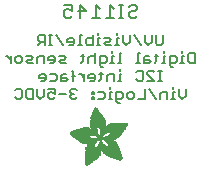
<source format=gbr>
G04 EAGLE Gerber RS-274X export*
G75*
%MOMM*%
%FSLAX34Y34*%
%LPD*%
%INSilkscreen Bottom*%
%IPPOS*%
%AMOC8*
5,1,8,0,0,1.08239X$1,22.5*%
G01*
%ADD10C,0.203200*%
%ADD11C,0.127000*%
%ADD12R,0.068600X0.007600*%
%ADD13R,0.114300X0.007600*%
%ADD14R,0.152400X0.007700*%
%ADD15R,0.182900X0.007600*%
%ADD16R,0.205700X0.007600*%
%ADD17R,0.228600X0.007600*%
%ADD18R,0.259100X0.007600*%
%ADD19R,0.274300X0.007700*%
%ADD20R,0.289500X0.007600*%
%ADD21R,0.304800X0.007600*%
%ADD22R,0.320100X0.007600*%
%ADD23R,0.342900X0.007600*%
%ADD24R,0.350500X0.007700*%
%ADD25R,0.365800X0.007600*%
%ADD26R,0.381000X0.007600*%
%ADD27R,0.388600X0.007600*%
%ADD28R,0.403800X0.007600*%
%ADD29R,0.419100X0.007700*%
%ADD30R,0.426700X0.007600*%
%ADD31R,0.441900X0.007600*%
%ADD32R,0.449600X0.007600*%
%ADD33R,0.464800X0.007600*%
%ADD34R,0.480000X0.007700*%
%ADD35R,0.487600X0.007600*%
%ADD36R,0.495300X0.007600*%
%ADD37R,0.510500X0.007600*%
%ADD38R,0.518100X0.007600*%
%ADD39R,0.525700X0.007700*%
%ADD40R,0.541000X0.007600*%
%ADD41R,0.548600X0.007600*%
%ADD42R,0.563800X0.007600*%
%ADD43R,0.571500X0.007600*%
%ADD44R,0.579100X0.007700*%
%ADD45R,0.594300X0.007600*%
%ADD46R,0.601900X0.007600*%
%ADD47R,0.609600X0.007600*%
%ADD48R,0.624800X0.007600*%
%ADD49R,0.632400X0.007700*%
%ADD50R,0.640000X0.007600*%
%ADD51R,0.655300X0.007600*%
%ADD52R,0.662900X0.007600*%
%ADD53R,0.678100X0.007600*%
%ADD54R,0.685800X0.007700*%
%ADD55R,0.693400X0.007600*%
%ADD56R,0.708600X0.007600*%
%ADD57R,0.716200X0.007600*%
%ADD58R,0.723900X0.007600*%
%ADD59R,0.739100X0.007700*%
%ADD60R,0.746700X0.007600*%
%ADD61R,0.754300X0.007600*%
%ADD62R,0.769600X0.007600*%
%ADD63R,0.777200X0.007600*%
%ADD64R,0.792400X0.007700*%
%ADD65R,0.800100X0.007600*%
%ADD66R,0.807700X0.007600*%
%ADD67R,0.822900X0.007600*%
%ADD68R,0.830500X0.007600*%
%ADD69R,0.838200X0.007700*%
%ADD70R,0.091500X0.007600*%
%ADD71R,0.853400X0.007600*%
%ADD72R,0.144700X0.007600*%
%ADD73R,0.861000X0.007600*%
%ADD74R,0.190500X0.007600*%
%ADD75R,0.876300X0.007600*%
%ADD76R,0.221000X0.007600*%
%ADD77R,0.883900X0.007600*%
%ADD78R,0.259000X0.007700*%
%ADD79R,0.891500X0.007700*%
%ADD80R,0.289600X0.007600*%
%ADD81R,0.906700X0.007600*%
%ADD82R,0.914400X0.007600*%
%ADD83R,0.350500X0.007600*%
%ADD84R,0.922000X0.007600*%
%ADD85R,0.937200X0.007600*%
%ADD86R,0.411400X0.007700*%
%ADD87R,0.944800X0.007700*%
%ADD88R,0.434300X0.007600*%
%ADD89R,0.952500X0.007600*%
%ADD90R,0.464900X0.007600*%
%ADD91R,0.967700X0.007600*%
%ADD92R,0.975300X0.007600*%
%ADD93R,0.518200X0.007600*%
%ADD94R,0.990600X0.007600*%
%ADD95R,0.548600X0.007700*%
%ADD96R,0.998200X0.007700*%
%ADD97R,1.005800X0.007600*%
%ADD98R,0.594400X0.007600*%
%ADD99R,1.021000X0.007600*%
%ADD100R,0.617200X0.007600*%
%ADD101R,1.028700X0.007600*%
%ADD102R,0.647700X0.007600*%
%ADD103R,1.036300X0.007600*%
%ADD104R,0.670500X0.007700*%
%ADD105R,1.051500X0.007700*%
%ADD106R,1.059100X0.007600*%
%ADD107R,0.716300X0.007600*%
%ADD108R,1.066800X0.007600*%
%ADD109R,0.739100X0.007600*%
%ADD110R,1.074400X0.007600*%
%ADD111R,0.762000X0.007600*%
%ADD112R,1.089600X0.007600*%
%ADD113R,0.784800X0.007700*%
%ADD114R,1.097200X0.007700*%
%ADD115R,1.104900X0.007600*%
%ADD116R,0.830600X0.007600*%
%ADD117R,1.112500X0.007600*%
%ADD118R,0.845800X0.007600*%
%ADD119R,1.120100X0.007600*%
%ADD120R,0.868700X0.007600*%
%ADD121R,1.127700X0.007600*%
%ADD122R,1.135300X0.007700*%
%ADD123R,1.143000X0.007600*%
%ADD124R,0.944900X0.007600*%
%ADD125R,1.150600X0.007600*%
%ADD126R,0.960100X0.007600*%
%ADD127R,1.158200X0.007600*%
%ADD128R,0.983000X0.007600*%
%ADD129R,1.165800X0.007600*%
%ADD130R,1.005900X0.007700*%
%ADD131R,1.173400X0.007700*%
%ADD132R,1.021100X0.007600*%
%ADD133R,1.181100X0.007600*%
%ADD134R,1.044000X0.007600*%
%ADD135R,1.188700X0.007600*%
%ADD136R,1.196300X0.007600*%
%ADD137R,1.082000X0.007600*%
%ADD138R,1.203900X0.007600*%
%ADD139R,1.104900X0.007700*%
%ADD140R,1.211500X0.007700*%
%ADD141R,1.211500X0.007600*%
%ADD142R,1.219200X0.007600*%
%ADD143R,1.226800X0.007600*%
%ADD144R,1.234400X0.007600*%
%ADD145R,1.188700X0.007700*%
%ADD146R,1.242000X0.007700*%
%ADD147R,1.242000X0.007600*%
%ADD148R,1.211600X0.007600*%
%ADD149R,1.249600X0.007600*%
%ADD150R,1.257300X0.007600*%
%ADD151R,1.264900X0.007600*%
%ADD152R,1.242100X0.007700*%
%ADD153R,1.264900X0.007700*%
%ADD154R,1.272500X0.007600*%
%ADD155R,1.265000X0.007600*%
%ADD156R,1.280100X0.007600*%
%ADD157R,1.272600X0.007600*%
%ADD158R,1.287700X0.007600*%
%ADD159R,1.287800X0.007600*%
%ADD160R,1.295400X0.007700*%
%ADD161R,1.303000X0.007600*%
%ADD162R,1.318200X0.007600*%
%ADD163R,1.310600X0.007600*%
%ADD164R,1.325900X0.007600*%
%ADD165R,1.341100X0.007700*%
%ADD166R,1.318200X0.007700*%
%ADD167R,1.341100X0.007600*%
%ADD168R,1.325800X0.007600*%
%ADD169R,1.348700X0.007600*%
%ADD170R,1.364000X0.007600*%
%ADD171R,1.333500X0.007600*%
%ADD172R,1.371600X0.007700*%
%ADD173R,1.379200X0.007600*%
%ADD174R,1.379300X0.007600*%
%ADD175R,1.386900X0.007600*%
%ADD176R,1.394500X0.007600*%
%ADD177R,1.356300X0.007600*%
%ADD178R,1.394400X0.007700*%
%ADD179R,1.356300X0.007700*%
%ADD180R,1.402000X0.007600*%
%ADD181R,1.409700X0.007600*%
%ADD182R,1.363900X0.007600*%
%ADD183R,1.417300X0.007600*%
%ADD184R,1.371600X0.007600*%
%ADD185R,1.424900X0.007700*%
%ADD186R,1.424900X0.007600*%
%ADD187R,1.432600X0.007600*%
%ADD188R,1.440200X0.007600*%
%ADD189R,1.386800X0.007600*%
%ADD190R,1.447800X0.007700*%
%ADD191R,1.386800X0.007700*%
%ADD192R,1.447800X0.007600*%
%ADD193R,1.455500X0.007600*%
%ADD194R,1.394400X0.007600*%
%ADD195R,1.463100X0.007600*%
%ADD196R,1.455400X0.007700*%
%ADD197R,1.463000X0.007600*%
%ADD198R,1.470600X0.007600*%
%ADD199R,1.470600X0.007700*%
%ADD200R,1.409700X0.007700*%
%ADD201R,1.470700X0.007600*%
%ADD202R,1.402100X0.007600*%
%ADD203R,1.478300X0.007600*%
%ADD204R,1.478300X0.007700*%
%ADD205R,1.402100X0.007700*%
%ADD206R,1.485900X0.007600*%
%ADD207R,1.485900X0.007700*%
%ADD208R,1.493500X0.007700*%
%ADD209R,1.493500X0.007600*%
%ADD210R,1.394500X0.007700*%
%ADD211R,1.493600X0.007700*%
%ADD212R,1.386900X0.007700*%
%ADD213R,1.379200X0.007700*%
%ADD214R,2.857500X0.007700*%
%ADD215R,2.857500X0.007600*%
%ADD216R,2.849900X0.007600*%
%ADD217R,2.842300X0.007600*%
%ADD218R,2.834700X0.007700*%
%ADD219R,2.827000X0.007600*%
%ADD220R,2.819400X0.007600*%
%ADD221R,2.811800X0.007600*%
%ADD222R,2.811800X0.007700*%
%ADD223R,2.804100X0.007600*%
%ADD224R,2.796500X0.007600*%
%ADD225R,1.966000X0.007600*%
%ADD226R,1.943100X0.007600*%
%ADD227R,0.754400X0.007600*%
%ADD228R,1.927900X0.007700*%
%ADD229R,0.746700X0.007700*%
%ADD230R,1.912600X0.007600*%
%ADD231R,0.731500X0.007600*%
%ADD232R,1.905000X0.007600*%
%ADD233R,1.882200X0.007600*%
%ADD234R,1.874600X0.007600*%
%ADD235R,1.866900X0.007700*%
%ADD236R,0.708700X0.007700*%
%ADD237R,1.851600X0.007600*%
%ADD238R,0.701100X0.007600*%
%ADD239R,1.844000X0.007600*%
%ADD240R,1.836400X0.007600*%
%ADD241R,1.821200X0.007600*%
%ADD242R,0.685800X0.007600*%
%ADD243R,1.813500X0.007700*%
%ADD244R,1.805900X0.007600*%
%ADD245R,0.678200X0.007600*%
%ADD246R,1.790700X0.007600*%
%ADD247R,0.670600X0.007600*%
%ADD248R,1.775500X0.007600*%
%ADD249R,1.767900X0.007700*%
%ADD250R,0.663000X0.007700*%
%ADD251R,1.760200X0.007600*%
%ADD252R,1.752600X0.007600*%
%ADD253R,0.937300X0.007600*%
%ADD254R,0.792500X0.007600*%
%ADD255R,0.899100X0.007600*%
%ADD256R,0.883900X0.007700*%
%ADD257R,0.716300X0.007700*%
%ADD258R,0.647700X0.007700*%
%ADD259R,0.640100X0.007600*%
%ADD260R,0.632500X0.007600*%
%ADD261R,0.655400X0.007600*%
%ADD262R,0.632400X0.007600*%
%ADD263R,0.845800X0.007700*%
%ADD264R,0.617200X0.007700*%
%ADD265R,0.624800X0.007700*%
%ADD266R,0.602000X0.007600*%
%ADD267R,0.838200X0.007600*%
%ADD268R,0.586700X0.007600*%
%ADD269R,0.548700X0.007600*%
%ADD270R,0.830500X0.007700*%
%ADD271R,0.541000X0.007700*%
%ADD272R,0.594300X0.007700*%
%ADD273R,0.525800X0.007600*%
%ADD274R,0.586800X0.007600*%
%ADD275R,0.815300X0.007600*%
%ADD276R,0.579200X0.007600*%
%ADD277R,0.815400X0.007600*%
%ADD278R,0.815400X0.007700*%
%ADD279R,0.571500X0.007700*%
%ADD280R,0.807800X0.007600*%
%ADD281R,0.563900X0.007600*%
%ADD282R,0.457200X0.007600*%
%ADD283R,0.442000X0.007600*%
%ADD284R,0.556300X0.007600*%
%ADD285R,0.807700X0.007700*%
%ADD286R,0.411500X0.007600*%
%ADD287R,0.533400X0.007600*%
%ADD288R,0.076200X0.007600*%
%ADD289R,0.403900X0.007600*%
%ADD290R,0.525700X0.007600*%
%ADD291R,0.388700X0.007600*%
%ADD292R,0.297200X0.007600*%
%ADD293R,0.373400X0.007700*%
%ADD294R,0.503000X0.007700*%
%ADD295R,0.426800X0.007700*%
%ADD296R,0.358100X0.007600*%
%ADD297R,0.502900X0.007600*%
%ADD298R,0.472400X0.007600*%
%ADD299R,0.487700X0.007600*%
%ADD300R,0.335300X0.007600*%
%ADD301R,0.792500X0.007700*%
%ADD302R,0.327600X0.007700*%
%ADD303R,0.472400X0.007700*%
%ADD304R,0.640000X0.007700*%
%ADD305R,0.784800X0.007600*%
%ADD306R,0.320000X0.007600*%
%ADD307R,0.792400X0.007600*%
%ADD308R,1.173400X0.007600*%
%ADD309R,1.196400X0.007600*%
%ADD310R,0.784900X0.007600*%
%ADD311R,0.784900X0.007700*%
%ADD312R,0.297200X0.007700*%
%ADD313R,1.249700X0.007600*%
%ADD314R,0.281900X0.007600*%
%ADD315R,1.295400X0.007600*%
%ADD316R,0.266700X0.007600*%
%ADD317R,0.777300X0.007700*%
%ADD318R,0.266700X0.007700*%
%ADD319R,1.333500X0.007700*%
%ADD320R,0.777300X0.007600*%
%ADD321R,1.348800X0.007600*%
%ADD322R,0.251500X0.007600*%
%ADD323R,0.243900X0.007700*%
%ADD324R,0.243900X0.007600*%
%ADD325R,1.440100X0.007600*%
%ADD326R,0.236200X0.007600*%
%ADD327R,0.762000X0.007700*%
%ADD328R,0.236200X0.007700*%
%ADD329R,1.508700X0.007700*%
%ADD330R,1.531600X0.007600*%
%ADD331R,1.546900X0.007600*%
%ADD332R,1.569700X0.007600*%
%ADD333R,1.585000X0.007600*%
%ADD334R,0.746800X0.007700*%
%ADD335R,1.607800X0.007700*%
%ADD336R,0.243800X0.007600*%
%ADD337R,1.630700X0.007600*%
%ADD338R,1.653500X0.007600*%
%ADD339R,0.739200X0.007600*%
%ADD340R,1.684000X0.007600*%
%ADD341R,2.019300X0.007600*%
%ADD342R,0.731500X0.007700*%
%ADD343R,2.026900X0.007700*%
%ADD344R,2.049800X0.007600*%
%ADD345R,2.057400X0.007600*%
%ADD346R,0.708700X0.007600*%
%ADD347R,2.072600X0.007600*%
%ADD348R,0.701000X0.007600*%
%ADD349R,2.095500X0.007600*%
%ADD350R,0.693500X0.007700*%
%ADD351R,2.110800X0.007700*%
%ADD352R,2.141200X0.007600*%
%ADD353R,0.060900X0.007600*%
%ADD354R,2.872700X0.007600*%
%ADD355R,3.124200X0.007600*%
%ADD356R,3.177600X0.007600*%
%ADD357R,3.215600X0.007700*%
%ADD358R,3.253700X0.007600*%
%ADD359R,3.284300X0.007600*%
%ADD360R,3.314700X0.007600*%
%ADD361R,3.352800X0.007600*%
%ADD362R,3.375600X0.007700*%
%ADD363R,3.406200X0.007600*%
%ADD364R,3.429000X0.007600*%
%ADD365R,3.451800X0.007600*%
%ADD366R,3.482400X0.007600*%
%ADD367R,1.828800X0.007700*%
%ADD368R,1.539300X0.007700*%
%ADD369R,1.767900X0.007600*%
%ADD370R,1.767800X0.007600*%
%ADD371R,1.760200X0.007700*%
%ADD372R,1.760300X0.007600*%
%ADD373R,1.775400X0.007700*%
%ADD374R,1.379300X0.007700*%
%ADD375R,1.783000X0.007600*%
%ADD376R,1.813500X0.007600*%
%ADD377R,1.821100X0.007700*%
%ADD378R,0.503000X0.007600*%
%ADD379R,1.135400X0.007600*%
%ADD380R,1.127700X0.007700*%
%ADD381R,0.487700X0.007700*%
%ADD382R,1.120200X0.007600*%
%ADD383R,1.097300X0.007600*%
%ADD384R,0.510600X0.007600*%
%ADD385R,1.074400X0.007700*%
%ADD386R,0.525800X0.007700*%
%ADD387R,1.440200X0.007700*%
%ADD388R,1.059200X0.007600*%
%ADD389R,1.051600X0.007600*%
%ADD390R,1.051500X0.007600*%
%ADD391R,1.043900X0.007700*%
%ADD392R,0.602000X0.007700*%
%ADD393R,1.524000X0.007600*%
%ADD394R,1.539300X0.007600*%
%ADD395R,1.592600X0.007600*%
%ADD396R,1.021100X0.007700*%
%ADD397R,1.615400X0.007700*%
%ADD398R,1.013400X0.007600*%
%ADD399R,1.653600X0.007600*%
%ADD400R,1.013500X0.007600*%
%ADD401R,1.699300X0.007600*%
%ADD402R,2.743200X0.007600*%
%ADD403R,1.005900X0.007600*%
%ADD404R,2.415500X0.007600*%
%ADD405R,1.005800X0.007700*%
%ADD406R,0.281900X0.007700*%
%ADD407R,2.408000X0.007700*%
%ADD408R,2.407900X0.007600*%
%ADD409R,0.998200X0.007600*%
%ADD410R,0.282000X0.007600*%
%ADD411R,0.998300X0.007600*%
%ADD412R,2.400300X0.007600*%
%ADD413R,0.289500X0.007700*%
%ADD414R,2.400300X0.007700*%
%ADD415R,0.297100X0.007600*%
%ADD416R,0.312400X0.007600*%
%ADD417R,2.392700X0.007600*%
%ADD418R,0.990600X0.007700*%
%ADD419R,0.327700X0.007700*%
%ADD420R,2.392700X0.007700*%
%ADD421R,2.385100X0.007600*%
%ADD422R,0.381000X0.007700*%
%ADD423R,2.377400X0.007700*%
%ADD424R,2.377400X0.007600*%
%ADD425R,2.369800X0.007600*%
%ADD426R,0.419100X0.007600*%
%ADD427R,2.362200X0.007600*%
%ADD428R,0.426800X0.007600*%
%ADD429R,1.036300X0.007700*%
%ADD430R,0.442000X0.007700*%
%ADD431R,2.354600X0.007700*%
%ADD432R,2.354600X0.007600*%
%ADD433R,0.480100X0.007600*%
%ADD434R,2.347000X0.007600*%
%ADD435R,1.074500X0.007600*%
%ADD436R,2.339400X0.007600*%
%ADD437R,1.082100X0.007700*%
%ADD438R,0.548700X0.007700*%
%ADD439R,2.331800X0.007700*%
%ADD440R,2.331800X0.007600*%
%ADD441R,0.624900X0.007600*%
%ADD442R,2.324100X0.007600*%
%ADD443R,1.859300X0.007600*%
%ADD444R,2.308800X0.007600*%
%ADD445R,2.301200X0.007700*%
%ADD446R,2.301200X0.007600*%
%ADD447R,2.293600X0.007600*%
%ADD448R,2.278400X0.007600*%
%ADD449R,1.889800X0.007600*%
%ADD450R,2.270700X0.007600*%
%ADD451R,1.897400X0.007700*%
%ADD452R,2.255500X0.007700*%
%ADD453R,1.897400X0.007600*%
%ADD454R,2.247900X0.007600*%
%ADD455R,2.232600X0.007600*%
%ADD456R,1.912700X0.007600*%
%ADD457R,2.209800X0.007600*%
%ADD458R,1.920300X0.007600*%
%ADD459R,2.186900X0.007600*%
%ADD460R,1.920300X0.007700*%
%ADD461R,2.171700X0.007700*%
%ADD462R,1.935500X0.007600*%
%ADD463R,2.148800X0.007600*%
%ADD464R,2.126000X0.007600*%
%ADD465R,1.950700X0.007600*%
%ADD466R,1.958400X0.007700*%
%ADD467R,2.042200X0.007700*%
%ADD468R,1.973600X0.007600*%
%ADD469R,1.996500X0.007600*%
%ADD470R,1.981200X0.007600*%
%ADD471R,1.988800X0.007600*%
%ADD472R,1.996400X0.007700*%
%ADD473R,1.996400X0.007600*%
%ADD474R,2.004100X0.007600*%
%ADD475R,1.874500X0.007600*%
%ADD476R,1.425000X0.007600*%
%ADD477R,2.026900X0.007600*%
%ADD478R,0.434400X0.007700*%
%ADD479R,1.364000X0.007700*%
%ADD480R,2.034500X0.007600*%
%ADD481R,0.434400X0.007600*%
%ADD482R,2.049700X0.007600*%
%ADD483R,2.065000X0.007700*%
%ADD484R,0.464800X0.007700*%
%ADD485R,1.196300X0.007700*%
%ADD486R,2.080300X0.007600*%
%ADD487R,1.158300X0.007600*%
%ADD488R,2.087900X0.007600*%
%ADD489R,0.472500X0.007600*%
%ADD490R,2.103100X0.007600*%
%ADD491R,2.118400X0.007600*%
%ADD492R,2.133600X0.007600*%
%ADD493R,2.148800X0.007700*%
%ADD494R,2.164000X0.007600*%
%ADD495R,2.171700X0.007600*%
%ADD496R,2.187000X0.007600*%
%ADD497R,0.556200X0.007600*%
%ADD498R,2.202200X0.007700*%
%ADD499R,0.556200X0.007700*%
%ADD500R,0.640100X0.007700*%
%ADD501R,0.579100X0.007600*%
%ADD502R,0.480000X0.007600*%
%ADD503R,1.752600X0.007700*%
%ADD504R,0.487600X0.007700*%
%ADD505R,0.594400X0.007700*%
%ADD506R,0.358100X0.007700*%
%ADD507R,0.099000X0.007600*%
%ADD508R,1.280200X0.007600*%
%ADD509R,1.745000X0.007600*%
%ADD510R,1.744900X0.007600*%
%ADD511R,1.737300X0.007700*%
%ADD512R,1.737400X0.007600*%
%ADD513R,1.729800X0.007600*%
%ADD514R,1.722200X0.007600*%
%ADD515R,1.722100X0.007600*%
%ADD516R,1.714500X0.007700*%
%ADD517R,1.356400X0.007700*%
%ADD518R,1.706900X0.007600*%
%ADD519R,1.356400X0.007600*%
%ADD520R,1.691700X0.007600*%
%ADD521R,1.668800X0.007700*%
%ADD522R,1.645900X0.007600*%
%ADD523R,1.623100X0.007600*%
%ADD524R,1.577400X0.007600*%
%ADD525R,1.554400X0.007600*%
%ADD526R,1.539200X0.007600*%
%ADD527R,1.524000X0.007700*%
%ADD528R,1.501100X0.007600*%
%ADD529R,1.455400X0.007600*%
%ADD530R,1.348800X0.007700*%
%ADD531R,1.318300X0.007600*%
%ADD532R,1.310600X0.007700*%
%ADD533R,1.287800X0.007700*%
%ADD534R,1.234500X0.007600*%
%ADD535R,1.226900X0.007600*%
%ADD536R,1.173500X0.007700*%
%ADD537R,1.173500X0.007600*%
%ADD538R,1.165900X0.007600*%
%ADD539R,1.143000X0.007700*%
%ADD540R,1.127800X0.007600*%
%ADD541R,1.097200X0.007600*%
%ADD542R,1.028700X0.007700*%
%ADD543R,0.982900X0.007600*%
%ADD544R,0.952500X0.007700*%
%ADD545R,0.929600X0.007600*%
%ADD546R,0.906800X0.007700*%
%ADD547R,0.906800X0.007600*%
%ADD548R,0.899200X0.007600*%
%ADD549R,0.884000X0.007600*%
%ADD550R,0.876300X0.007700*%
%ADD551R,0.830600X0.007700*%
%ADD552R,0.754400X0.007700*%
%ADD553R,0.746800X0.007600*%
%ADD554R,0.708600X0.007700*%
%ADD555R,0.678200X0.007700*%
%ADD556R,0.663000X0.007600*%
%ADD557R,0.632500X0.007700*%
%ADD558R,0.556300X0.007700*%
%ADD559R,0.518200X0.007700*%
%ADD560R,0.434300X0.007700*%
%ADD561R,0.396300X0.007700*%
%ADD562R,0.373300X0.007600*%
%ADD563R,0.365700X0.007600*%
%ADD564R,0.327700X0.007600*%
%ADD565R,0.304800X0.007700*%
%ADD566R,0.274300X0.007600*%
%ADD567R,0.243800X0.007700*%
%ADD568R,0.205800X0.007600*%
%ADD569R,0.152400X0.007600*%
%ADD570R,0.121900X0.007700*%


D10*
X126599Y168664D02*
X128378Y170443D01*
X131937Y170443D01*
X133717Y168664D01*
X133717Y166884D01*
X131937Y165105D01*
X128378Y165105D01*
X126599Y163325D01*
X126599Y161546D01*
X128378Y159766D01*
X131937Y159766D01*
X133717Y161546D01*
X122023Y159766D02*
X118464Y159766D01*
X120244Y159766D02*
X120244Y170443D01*
X122023Y170443D02*
X118464Y170443D01*
X114227Y166884D02*
X110668Y170443D01*
X110668Y159766D01*
X114227Y159766D02*
X107109Y159766D01*
X102533Y166884D02*
X98974Y170443D01*
X98974Y159766D01*
X102533Y159766D02*
X95415Y159766D01*
X85501Y159766D02*
X85501Y170443D01*
X90839Y165105D01*
X83721Y165105D01*
X79145Y170443D02*
X72027Y170443D01*
X79145Y170443D02*
X79145Y165105D01*
X75586Y166884D01*
X73807Y166884D01*
X72027Y165105D01*
X72027Y161546D01*
X73807Y159766D01*
X77366Y159766D01*
X79145Y161546D01*
D11*
X155537Y145423D02*
X155537Y138008D01*
X154054Y136525D01*
X151088Y136525D01*
X149605Y138008D01*
X149605Y145423D01*
X146182Y145423D02*
X146182Y139491D01*
X143216Y136525D01*
X140250Y139491D01*
X140250Y145423D01*
X130895Y145423D02*
X136827Y136525D01*
X127471Y139491D02*
X127471Y145423D01*
X127471Y139491D02*
X124506Y136525D01*
X121540Y139491D01*
X121540Y145423D01*
X118116Y142457D02*
X116633Y142457D01*
X116633Y136525D01*
X118116Y136525D02*
X115150Y136525D01*
X116633Y145423D02*
X116633Y146906D01*
X111879Y136525D02*
X107431Y136525D01*
X105948Y138008D01*
X107431Y139491D01*
X110397Y139491D01*
X111879Y140974D01*
X110397Y142457D01*
X105948Y142457D01*
X102524Y142457D02*
X101041Y142457D01*
X101041Y136525D01*
X102524Y136525D02*
X99558Y136525D01*
X101041Y145423D02*
X101041Y146906D01*
X96287Y145423D02*
X96287Y136525D01*
X91839Y136525D01*
X90356Y138008D01*
X90356Y140974D01*
X91839Y142457D01*
X96287Y142457D01*
X86932Y145423D02*
X85449Y145423D01*
X85449Y136525D01*
X86932Y136525D02*
X83966Y136525D01*
X79213Y136525D02*
X76247Y136525D01*
X79213Y136525D02*
X80696Y138008D01*
X80696Y140974D01*
X79213Y142457D01*
X76247Y142457D01*
X74764Y140974D01*
X74764Y139491D01*
X80696Y139491D01*
X71340Y136525D02*
X65409Y145423D01*
X61985Y136525D02*
X59019Y136525D01*
X60502Y136525D02*
X60502Y145423D01*
X61985Y145423D02*
X59019Y145423D01*
X55748Y145423D02*
X55748Y136525D01*
X55748Y145423D02*
X51300Y145423D01*
X49817Y143940D01*
X49817Y140974D01*
X51300Y139491D01*
X55748Y139491D01*
X52783Y139491D02*
X49817Y136525D01*
X182823Y130183D02*
X182823Y121285D01*
X178374Y121285D01*
X176891Y122768D01*
X176891Y128700D01*
X178374Y130183D01*
X182823Y130183D01*
X173468Y127217D02*
X171985Y127217D01*
X171985Y121285D01*
X173468Y121285D02*
X170502Y121285D01*
X171985Y130183D02*
X171985Y131666D01*
X164265Y118319D02*
X162782Y118319D01*
X161299Y119802D01*
X161299Y127217D01*
X165748Y127217D01*
X167231Y125734D01*
X167231Y122768D01*
X165748Y121285D01*
X161299Y121285D01*
X157876Y127217D02*
X156393Y127217D01*
X156393Y121285D01*
X157876Y121285D02*
X154910Y121285D01*
X156393Y130183D02*
X156393Y131666D01*
X150156Y128700D02*
X150156Y122768D01*
X148673Y121285D01*
X148673Y127217D02*
X151639Y127217D01*
X143919Y127217D02*
X140953Y127217D01*
X139471Y125734D01*
X139471Y121285D01*
X143919Y121285D01*
X145402Y122768D01*
X143919Y124251D01*
X139471Y124251D01*
X136047Y130183D02*
X134564Y130183D01*
X134564Y121285D01*
X136047Y121285D02*
X133081Y121285D01*
X120455Y130183D02*
X118972Y130183D01*
X118972Y121285D01*
X120455Y121285D02*
X117489Y121285D01*
X114218Y127217D02*
X112735Y127217D01*
X112735Y121285D01*
X114218Y121285D02*
X111252Y121285D01*
X112735Y130183D02*
X112735Y131666D01*
X105016Y118319D02*
X103533Y118319D01*
X102050Y119802D01*
X102050Y127217D01*
X106499Y127217D01*
X107982Y125734D01*
X107982Y122768D01*
X106499Y121285D01*
X102050Y121285D01*
X98626Y121285D02*
X98626Y130183D01*
X97143Y127217D02*
X98626Y125734D01*
X97143Y127217D02*
X94178Y127217D01*
X92695Y125734D01*
X92695Y121285D01*
X87788Y122768D02*
X87788Y128700D01*
X87788Y122768D02*
X86305Y121285D01*
X86305Y127217D02*
X89271Y127217D01*
X73679Y121285D02*
X69230Y121285D01*
X67747Y122768D01*
X69230Y124251D01*
X72196Y124251D01*
X73679Y125734D01*
X72196Y127217D01*
X67747Y127217D01*
X62841Y121285D02*
X59875Y121285D01*
X62841Y121285D02*
X64324Y122768D01*
X64324Y125734D01*
X62841Y127217D01*
X59875Y127217D01*
X58392Y125734D01*
X58392Y124251D01*
X64324Y124251D01*
X54969Y121285D02*
X54969Y127217D01*
X50520Y127217D01*
X49037Y125734D01*
X49037Y121285D01*
X45614Y121285D02*
X41165Y121285D01*
X39682Y122768D01*
X41165Y124251D01*
X44131Y124251D01*
X45614Y125734D01*
X44131Y127217D01*
X39682Y127217D01*
X34776Y121285D02*
X31810Y121285D01*
X30327Y122768D01*
X30327Y125734D01*
X31810Y127217D01*
X34776Y127217D01*
X36258Y125734D01*
X36258Y122768D01*
X34776Y121285D01*
X26903Y121285D02*
X26903Y127217D01*
X26903Y124251D02*
X23937Y127217D01*
X22454Y127217D01*
X151792Y106045D02*
X154757Y106045D01*
X153274Y106045D02*
X153274Y114943D01*
X151792Y114943D02*
X154757Y114943D01*
X148521Y106045D02*
X142589Y106045D01*
X148521Y106045D02*
X142589Y111977D01*
X142589Y113460D01*
X144072Y114943D01*
X147038Y114943D01*
X148521Y113460D01*
X134717Y114943D02*
X133234Y113460D01*
X134717Y114943D02*
X137683Y114943D01*
X139165Y113460D01*
X139165Y107528D01*
X137683Y106045D01*
X134717Y106045D01*
X133234Y107528D01*
X120455Y111977D02*
X118972Y111977D01*
X118972Y106045D01*
X120455Y106045D02*
X117489Y106045D01*
X118972Y114943D02*
X118972Y116426D01*
X114218Y111977D02*
X114218Y106045D01*
X114218Y111977D02*
X109769Y111977D01*
X108287Y110494D01*
X108287Y106045D01*
X103380Y107528D02*
X103380Y113460D01*
X103380Y107528D02*
X101897Y106045D01*
X101897Y111977D02*
X104863Y111977D01*
X97143Y106045D02*
X94178Y106045D01*
X97143Y106045D02*
X98626Y107528D01*
X98626Y110494D01*
X97143Y111977D01*
X94178Y111977D01*
X92695Y110494D01*
X92695Y109011D01*
X98626Y109011D01*
X89271Y106045D02*
X89271Y111977D01*
X89271Y109011D02*
X86305Y111977D01*
X84822Y111977D01*
X79992Y113460D02*
X79992Y106045D01*
X79992Y113460D02*
X78509Y114943D01*
X78509Y110494D02*
X81475Y110494D01*
X73755Y111977D02*
X70790Y111977D01*
X69307Y110494D01*
X69307Y106045D01*
X73755Y106045D01*
X75238Y107528D01*
X73755Y109011D01*
X69307Y109011D01*
X64400Y111977D02*
X59951Y111977D01*
X64400Y111977D02*
X65883Y110494D01*
X65883Y107528D01*
X64400Y106045D01*
X59951Y106045D01*
X55045Y106045D02*
X52079Y106045D01*
X55045Y106045D02*
X56528Y107528D01*
X56528Y110494D01*
X55045Y111977D01*
X52079Y111977D01*
X50596Y110494D01*
X50596Y109011D01*
X56528Y109011D01*
X175027Y99703D02*
X175027Y93771D01*
X172061Y90805D01*
X169095Y93771D01*
X169095Y99703D01*
X165672Y96737D02*
X164189Y96737D01*
X164189Y90805D01*
X165672Y90805D02*
X162706Y90805D01*
X164189Y99703D02*
X164189Y101186D01*
X159435Y96737D02*
X159435Y90805D01*
X159435Y96737D02*
X154986Y96737D01*
X153503Y95254D01*
X153503Y90805D01*
X150080Y90805D02*
X144148Y99703D01*
X140725Y99703D02*
X140725Y90805D01*
X134793Y90805D01*
X129887Y90805D02*
X126921Y90805D01*
X125438Y92288D01*
X125438Y95254D01*
X126921Y96737D01*
X129887Y96737D01*
X131369Y95254D01*
X131369Y92288D01*
X129887Y90805D01*
X119048Y87839D02*
X117565Y87839D01*
X116083Y89322D01*
X116083Y96737D01*
X120531Y96737D01*
X122014Y95254D01*
X122014Y92288D01*
X120531Y90805D01*
X116083Y90805D01*
X112659Y96737D02*
X111176Y96737D01*
X111176Y90805D01*
X112659Y90805D02*
X109693Y90805D01*
X111176Y99703D02*
X111176Y101186D01*
X104939Y96737D02*
X100491Y96737D01*
X104939Y96737D02*
X106422Y95254D01*
X106422Y92288D01*
X104939Y90805D01*
X100491Y90805D01*
X97067Y96737D02*
X95584Y96737D01*
X95584Y95254D01*
X97067Y95254D01*
X97067Y96737D01*
X97067Y92288D02*
X95584Y92288D01*
X95584Y90805D01*
X97067Y90805D01*
X97067Y92288D01*
X83034Y98220D02*
X81551Y99703D01*
X78586Y99703D01*
X77103Y98220D01*
X77103Y96737D01*
X78586Y95254D01*
X80068Y95254D01*
X78586Y95254D02*
X77103Y93771D01*
X77103Y92288D01*
X78586Y90805D01*
X81551Y90805D01*
X83034Y92288D01*
X73679Y95254D02*
X67747Y95254D01*
X64324Y99703D02*
X58392Y99703D01*
X64324Y99703D02*
X64324Y95254D01*
X61358Y96737D01*
X59875Y96737D01*
X58392Y95254D01*
X58392Y92288D01*
X59875Y90805D01*
X62841Y90805D01*
X64324Y92288D01*
X54969Y93771D02*
X54969Y99703D01*
X54969Y93771D02*
X52003Y90805D01*
X49037Y93771D01*
X49037Y99703D01*
X45614Y99703D02*
X45614Y90805D01*
X41165Y90805D01*
X39682Y92288D01*
X39682Y98220D01*
X41165Y99703D01*
X45614Y99703D01*
X31810Y99703D02*
X30327Y98220D01*
X31810Y99703D02*
X34775Y99703D01*
X36258Y98220D01*
X36258Y92288D01*
X34775Y90805D01*
X31810Y90805D01*
X30327Y92288D01*
D12*
X91592Y34290D03*
D13*
X91593Y34366D03*
D14*
X91630Y34443D03*
D15*
X91631Y34519D03*
D16*
X91593Y34595D03*
D17*
X91630Y34671D03*
D18*
X91631Y34747D03*
D19*
X91631Y34824D03*
D20*
X91631Y34900D03*
D21*
X91707Y34976D03*
D22*
X91707Y35052D03*
D23*
X91745Y35128D03*
D24*
X91783Y35205D03*
D25*
X91783Y35281D03*
D26*
X91859Y35357D03*
D27*
X91897Y35433D03*
D28*
X91897Y35509D03*
D29*
X91974Y35586D03*
D30*
X92012Y35662D03*
D31*
X92088Y35738D03*
D32*
X92126Y35814D03*
D33*
X92126Y35890D03*
D34*
X92202Y35967D03*
D35*
X92240Y36043D03*
D36*
X92279Y36119D03*
D37*
X92355Y36195D03*
D38*
X92393Y36271D03*
D39*
X92431Y36348D03*
D40*
X92507Y36424D03*
D41*
X92545Y36500D03*
D42*
X92621Y36576D03*
D43*
X92660Y36652D03*
D44*
X92698Y36729D03*
D45*
X92774Y36805D03*
D46*
X92812Y36881D03*
D47*
X92850Y36957D03*
D48*
X92926Y37033D03*
D49*
X92964Y37110D03*
D50*
X93002Y37186D03*
D51*
X93079Y37262D03*
D52*
X93117Y37338D03*
D53*
X93193Y37414D03*
D54*
X93231Y37491D03*
D55*
X93269Y37567D03*
D56*
X93345Y37643D03*
D57*
X93383Y37719D03*
D58*
X93422Y37795D03*
D59*
X93498Y37872D03*
D60*
X93536Y37948D03*
D61*
X93574Y38024D03*
D62*
X93650Y38100D03*
D63*
X93688Y38176D03*
D64*
X93764Y38253D03*
D65*
X93803Y38329D03*
D66*
X93841Y38405D03*
D67*
X93917Y38481D03*
D68*
X93955Y38557D03*
D69*
X93993Y38634D03*
D70*
X119520Y38710D03*
D71*
X94069Y38710D03*
D72*
X119482Y38786D03*
D73*
X94107Y38786D03*
D74*
X119406Y38862D03*
D75*
X94184Y38862D03*
D76*
X119329Y38938D03*
D77*
X94222Y38938D03*
D78*
X119291Y39015D03*
D79*
X94260Y39015D03*
D80*
X119215Y39091D03*
D81*
X94336Y39091D03*
D22*
X119139Y39167D03*
D82*
X94374Y39167D03*
D83*
X119063Y39243D03*
D84*
X94412Y39243D03*
D26*
X118986Y39319D03*
D85*
X94488Y39319D03*
D86*
X118910Y39396D03*
D87*
X94526Y39396D03*
D88*
X118796Y39472D03*
D89*
X94565Y39472D03*
D90*
X118720Y39548D03*
D91*
X94641Y39548D03*
D36*
X118644Y39624D03*
D92*
X94679Y39624D03*
D93*
X118529Y39700D03*
D94*
X94755Y39700D03*
D95*
X118453Y39777D03*
D96*
X94793Y39777D03*
D43*
X118339Y39853D03*
D97*
X94831Y39853D03*
D98*
X118224Y39929D03*
D99*
X94907Y39929D03*
D100*
X118110Y40005D03*
D101*
X94946Y40005D03*
D102*
X118034Y40081D03*
D103*
X94984Y40081D03*
D104*
X117920Y40158D03*
D105*
X95060Y40158D03*
D55*
X117805Y40234D03*
D106*
X95098Y40234D03*
D107*
X117691Y40310D03*
D108*
X95136Y40310D03*
D109*
X117577Y40386D03*
D110*
X95174Y40386D03*
D111*
X117462Y40462D03*
D112*
X95250Y40462D03*
D113*
X117348Y40539D03*
D114*
X95288Y40539D03*
D66*
X117234Y40615D03*
D115*
X95327Y40615D03*
D116*
X117119Y40691D03*
D117*
X95365Y40691D03*
D118*
X116967Y40767D03*
D119*
X95403Y40767D03*
D120*
X116853Y40843D03*
D121*
X95441Y40843D03*
D79*
X116739Y40920D03*
D122*
X95479Y40920D03*
D84*
X116586Y40996D03*
D123*
X95517Y40996D03*
D124*
X116472Y41072D03*
D125*
X95555Y41072D03*
D126*
X116320Y41148D03*
D127*
X95593Y41148D03*
D128*
X116205Y41224D03*
D129*
X95631Y41224D03*
D130*
X116091Y41301D03*
D131*
X95669Y41301D03*
D132*
X115939Y41377D03*
D133*
X95708Y41377D03*
D134*
X115824Y41453D03*
D135*
X95746Y41453D03*
D108*
X115710Y41529D03*
D136*
X95784Y41529D03*
D137*
X115557Y41605D03*
D138*
X95822Y41605D03*
D139*
X115443Y41682D03*
D140*
X95860Y41682D03*
D119*
X115367Y41758D03*
D141*
X95860Y41758D03*
D123*
X115252Y41834D03*
D142*
X95898Y41834D03*
D125*
X115138Y41910D03*
D143*
X95936Y41910D03*
D129*
X115062Y41986D03*
D144*
X95974Y41986D03*
D145*
X114948Y42063D03*
D146*
X96012Y42063D03*
D136*
X114834Y42139D03*
D147*
X96012Y42139D03*
D148*
X114757Y42215D03*
D149*
X96050Y42215D03*
D143*
X114681Y42291D03*
D150*
X96089Y42291D03*
D143*
X114605Y42367D03*
D151*
X96127Y42367D03*
D152*
X114529Y42444D03*
D153*
X96127Y42444D03*
D150*
X114453Y42520D03*
D154*
X96165Y42520D03*
D155*
X114338Y42596D03*
D156*
X96203Y42596D03*
D157*
X114300Y42672D03*
D158*
X96241Y42672D03*
D159*
X114224Y42748D03*
D158*
X96241Y42748D03*
D160*
X114109Y42825D03*
X96279Y42825D03*
D161*
X114071Y42901D03*
X96317Y42901D03*
D162*
X113995Y42977D03*
D161*
X96317Y42977D03*
D162*
X113919Y43053D03*
D163*
X96355Y43053D03*
D164*
X113881Y43129D03*
D163*
X96355Y43129D03*
D165*
X113805Y43206D03*
D166*
X96393Y43206D03*
D167*
X113729Y43282D03*
D168*
X96431Y43282D03*
D169*
X113691Y43358D03*
D168*
X96431Y43358D03*
D170*
X113614Y43434D03*
D171*
X96470Y43434D03*
D170*
X113538Y43510D03*
D171*
X96470Y43510D03*
D172*
X113500Y43587D03*
D165*
X96508Y43587D03*
D173*
X113462Y43663D03*
D167*
X96508Y43663D03*
D174*
X113386Y43739D03*
D169*
X96546Y43739D03*
D175*
X113348Y43815D03*
D169*
X96546Y43815D03*
D176*
X113310Y43891D03*
D177*
X96584Y43891D03*
D178*
X113233Y43968D03*
D179*
X96584Y43968D03*
D180*
X113195Y44044D03*
D177*
X96584Y44044D03*
D181*
X113157Y44120D03*
D182*
X96622Y44120D03*
D181*
X113081Y44196D03*
D182*
X96622Y44196D03*
D183*
X113043Y44272D03*
D184*
X96660Y44272D03*
D185*
X113005Y44349D03*
D172*
X96660Y44349D03*
D186*
X112929Y44425D03*
D184*
X96660Y44425D03*
D187*
X112890Y44501D03*
D173*
X96698Y44501D03*
D188*
X112852Y44577D03*
D173*
X96698Y44577D03*
D188*
X112776Y44653D03*
D189*
X96736Y44653D03*
D190*
X112738Y44730D03*
D191*
X96736Y44730D03*
D192*
X112738Y44806D03*
D189*
X96736Y44806D03*
D192*
X112662Y44882D03*
D189*
X96736Y44882D03*
D193*
X112624Y44958D03*
D194*
X96774Y44958D03*
D195*
X112586Y45034D03*
D194*
X96774Y45034D03*
D196*
X112547Y45111D03*
D178*
X96774Y45111D03*
D197*
X112509Y45187D03*
D180*
X96812Y45187D03*
D198*
X112471Y45263D03*
D180*
X96812Y45263D03*
D197*
X112433Y45339D03*
D180*
X96812Y45339D03*
D198*
X112395Y45415D03*
D180*
X96812Y45415D03*
D199*
X112395Y45492D03*
D200*
X96851Y45492D03*
D201*
X112319Y45568D03*
D202*
X96889Y45568D03*
D203*
X112281Y45644D03*
D202*
X96889Y45644D03*
D203*
X112281Y45720D03*
D202*
X96889Y45720D03*
D203*
X112205Y45796D03*
D202*
X96889Y45796D03*
D204*
X112205Y45873D03*
D205*
X96889Y45873D03*
D206*
X112167Y45949D03*
D181*
X96927Y45949D03*
D203*
X112129Y46025D03*
D181*
X96927Y46025D03*
D206*
X112091Y46101D03*
D181*
X96927Y46101D03*
D206*
X112091Y46177D03*
D181*
X96927Y46177D03*
D207*
X112014Y46254D03*
D200*
X96927Y46254D03*
D206*
X112014Y46330D03*
D181*
X96927Y46330D03*
D206*
X112014Y46406D03*
D181*
X96927Y46406D03*
D206*
X111938Y46482D03*
D202*
X96965Y46482D03*
D206*
X111938Y46558D03*
D202*
X96965Y46558D03*
D208*
X111900Y46635D03*
D205*
X96965Y46635D03*
D206*
X111862Y46711D03*
D202*
X96965Y46711D03*
D206*
X111862Y46787D03*
D202*
X96965Y46787D03*
D209*
X111824Y46863D03*
D202*
X96965Y46863D03*
D206*
X111786Y46939D03*
D202*
X96965Y46939D03*
D207*
X111786Y47016D03*
D210*
X97003Y47016D03*
D209*
X111748Y47092D03*
D176*
X97003Y47092D03*
D206*
X111710Y47168D03*
D176*
X97003Y47168D03*
D206*
X111710Y47244D03*
D176*
X97003Y47244D03*
D206*
X111710Y47320D03*
D176*
X97003Y47320D03*
D211*
X111671Y47397D03*
D212*
X97041Y47397D03*
D206*
X111633Y47473D03*
D175*
X97041Y47473D03*
D206*
X111633Y47549D03*
D175*
X97041Y47549D03*
D209*
X111595Y47625D03*
D175*
X97041Y47625D03*
D206*
X111557Y47701D03*
D173*
X97079Y47701D03*
D207*
X111557Y47778D03*
D213*
X97079Y47778D03*
D209*
X111519Y47854D03*
D173*
X97079Y47854D03*
D206*
X111481Y47930D03*
D173*
X97079Y47930D03*
D206*
X111481Y48006D03*
D184*
X97117Y48006D03*
D206*
X111481Y48082D03*
D184*
X97117Y48082D03*
D214*
X104547Y48159D03*
D215*
X104547Y48235D03*
D216*
X104585Y48311D03*
D217*
X104547Y48387D03*
X104547Y48463D03*
D218*
X104585Y48540D03*
D219*
X104546Y48616D03*
X104546Y48692D03*
D220*
X104584Y48768D03*
D221*
X104546Y48844D03*
D222*
X104546Y48921D03*
D223*
X104585Y48997D03*
D224*
X104547Y49073D03*
D225*
X108699Y49149D03*
D62*
X94488Y49149D03*
D226*
X108814Y49225D03*
D227*
X94412Y49225D03*
D228*
X108814Y49302D03*
D229*
X94374Y49302D03*
D230*
X108890Y49378D03*
D231*
X94374Y49378D03*
D232*
X108928Y49454D03*
D231*
X94374Y49454D03*
D233*
X108966Y49530D03*
D107*
X94374Y49530D03*
D234*
X109004Y49606D03*
D107*
X94374Y49606D03*
D235*
X109043Y49683D03*
D236*
X94412Y49683D03*
D237*
X109042Y49759D03*
D238*
X94374Y49759D03*
D239*
X109080Y49835D03*
D55*
X94412Y49835D03*
D240*
X109118Y49911D03*
D55*
X94412Y49911D03*
D241*
X109118Y49987D03*
D242*
X94450Y49987D03*
D243*
X109157Y50064D03*
D54*
X94450Y50064D03*
D244*
X109195Y50140D03*
D245*
X94488Y50140D03*
D246*
X109195Y50216D03*
D245*
X94488Y50216D03*
D246*
X109195Y50292D03*
D247*
X94526Y50292D03*
D248*
X109195Y50368D03*
D247*
X94526Y50368D03*
D249*
X109233Y50445D03*
D250*
X94564Y50445D03*
D251*
X109271Y50521D03*
D51*
X94603Y50521D03*
D252*
X109233Y50597D03*
D51*
X94603Y50597D03*
D253*
X113310Y50673D03*
D254*
X104509Y50673D03*
D102*
X94641Y50673D03*
D255*
X113424Y50749D03*
D109*
X104318Y50749D03*
D102*
X94717Y50749D03*
D256*
X113500Y50826D03*
D257*
X104204Y50826D03*
D258*
X94717Y50826D03*
D120*
X113500Y50902D03*
D55*
X104165Y50902D03*
D259*
X94755Y50902D03*
D120*
X113500Y50978D03*
D247*
X104127Y50978D03*
D260*
X94793Y50978D03*
D71*
X113500Y51054D03*
D261*
X104051Y51054D03*
D48*
X94831Y51054D03*
D71*
X113500Y51130D03*
D262*
X104013Y51130D03*
D48*
X94831Y51130D03*
D263*
X113462Y51207D03*
D264*
X103937Y51207D03*
D265*
X94907Y51207D03*
D118*
X113462Y51283D03*
D266*
X103937Y51283D03*
D100*
X94945Y51283D03*
D267*
X113424Y51359D03*
D268*
X103861Y51359D03*
D47*
X94983Y51359D03*
D267*
X113424Y51435D03*
D43*
X103861Y51435D03*
D266*
X95021Y51435D03*
D68*
X113386Y51511D03*
D269*
X103823Y51511D03*
D46*
X95098Y51511D03*
D270*
X113386Y51588D03*
D271*
X103784Y51588D03*
D272*
X95136Y51588D03*
D67*
X113348Y51664D03*
D273*
X103784Y51664D03*
D268*
X95174Y51664D03*
D67*
X113348Y51740D03*
D93*
X103746Y51740D03*
D274*
X95250Y51740D03*
D275*
X113310Y51816D03*
D36*
X103709Y51816D03*
D276*
X95288Y51816D03*
D277*
X113233Y51892D03*
D35*
X103670Y51892D03*
D43*
X95327Y51892D03*
D278*
X113233Y51969D03*
D34*
X103632Y51969D03*
D279*
X95403Y51969D03*
D280*
X113195Y52045D03*
D33*
X103632Y52045D03*
D281*
X95441Y52045D03*
D277*
X113157Y52121D03*
D282*
X103594Y52121D03*
D281*
X95517Y52121D03*
D66*
X113119Y52197D03*
D283*
X103594Y52197D03*
D284*
X95555Y52197D03*
D65*
X113081Y52273D03*
D88*
X103556Y52273D03*
D40*
X95631Y52273D03*
D285*
X113043Y52350D03*
D29*
X103556Y52350D03*
D271*
X95707Y52350D03*
D65*
X113005Y52426D03*
D286*
X103518Y52426D03*
D287*
X95745Y52426D03*
D288*
X90792Y52426D03*
D65*
X112929Y52502D03*
D289*
X103480Y52502D03*
D290*
X95860Y52502D03*
D76*
X90754Y52502D03*
D65*
X112929Y52578D03*
D291*
X103480Y52578D03*
D38*
X95898Y52578D03*
D292*
X90754Y52578D03*
D65*
X112853Y52654D03*
D26*
X103441Y52654D03*
D93*
X95974Y52654D03*
D25*
X90716Y52654D03*
D64*
X112814Y52731D03*
D293*
X103403Y52731D03*
D294*
X96050Y52731D03*
D295*
X90716Y52731D03*
D254*
X112738Y52807D03*
D296*
X103404Y52807D03*
D297*
X96127Y52807D03*
D298*
X90716Y52807D03*
D65*
X112700Y52883D03*
D296*
X103404Y52883D03*
D299*
X96203Y52883D03*
D93*
X90716Y52883D03*
D254*
X112662Y52959D03*
D83*
X103366Y52959D03*
D299*
X96279Y52959D03*
D42*
X90716Y52959D03*
D254*
X112586Y53035D03*
D300*
X103366Y53035D03*
D298*
X96355Y53035D03*
D266*
X90678Y53035D03*
D301*
X112510Y53112D03*
D302*
X103327Y53112D03*
D303*
X96431Y53112D03*
D304*
X90716Y53112D03*
D305*
X112471Y53188D03*
D306*
X103289Y53188D03*
D282*
X96507Y53188D03*
D242*
X90716Y53188D03*
D307*
X112433Y53264D03*
D306*
X103289Y53264D03*
D308*
X93002Y53264D03*
D254*
X112357Y53340D03*
D21*
X103289Y53340D03*
D309*
X92964Y53340D03*
D310*
X112319Y53416D03*
D292*
X103251Y53416D03*
D148*
X92888Y53416D03*
D311*
X112243Y53493D03*
D312*
X103251Y53493D03*
D152*
X92812Y53493D03*
D310*
X112167Y53569D03*
D80*
X103213Y53569D03*
D313*
X92774Y53569D03*
D305*
X112090Y53645D03*
D314*
X103175Y53645D03*
D154*
X92736Y53645D03*
D305*
X112014Y53721D03*
D314*
X103175Y53721D03*
D315*
X92697Y53721D03*
D63*
X111976Y53797D03*
D316*
X103175Y53797D03*
D163*
X92621Y53797D03*
D317*
X111900Y53874D03*
D318*
X103175Y53874D03*
D319*
X92583Y53874D03*
D320*
X111824Y53950D03*
D18*
X103137Y53950D03*
D321*
X92583Y53950D03*
D63*
X111747Y54026D03*
D18*
X103137Y54026D03*
D184*
X92545Y54026D03*
D63*
X111671Y54102D03*
D322*
X103099Y54102D03*
D175*
X92469Y54102D03*
D63*
X111595Y54178D03*
D322*
X103099Y54178D03*
D202*
X92469Y54178D03*
D317*
X111519Y54255D03*
D323*
X103061Y54255D03*
D185*
X92431Y54255D03*
D62*
X111404Y54331D03*
D324*
X103061Y54331D03*
D325*
X92431Y54331D03*
D62*
X111328Y54407D03*
D326*
X103022Y54407D03*
D193*
X92431Y54407D03*
D62*
X111252Y54483D03*
D326*
X103022Y54483D03*
D203*
X92393Y54483D03*
D62*
X111176Y54559D03*
D17*
X102984Y54559D03*
D209*
X92393Y54559D03*
D327*
X111061Y54636D03*
D328*
X102946Y54636D03*
D329*
X92393Y54636D03*
D111*
X110985Y54712D03*
D326*
X102946Y54712D03*
D330*
X92354Y54712D03*
D111*
X110833Y54788D03*
D326*
X102946Y54788D03*
D331*
X92355Y54788D03*
D111*
X110757Y54864D03*
D17*
X102908Y54864D03*
D332*
X92317Y54864D03*
D227*
X110642Y54940D03*
D326*
X102870Y54940D03*
D333*
X92316Y54940D03*
D334*
X110528Y55017D03*
D328*
X102870Y55017D03*
D335*
X92354Y55017D03*
D60*
X110376Y55093D03*
D336*
X102832Y55093D03*
D337*
X92317Y55093D03*
D60*
X110300Y55169D03*
D322*
X102794Y55169D03*
D338*
X92355Y55169D03*
D339*
X110109Y55245D03*
D316*
X102718Y55245D03*
D340*
X92354Y55245D03*
D231*
X109995Y55321D03*
D341*
X93955Y55321D03*
D342*
X109843Y55398D03*
D343*
X93917Y55398D03*
D58*
X109652Y55474D03*
D344*
X93878Y55474D03*
D107*
X109462Y55550D03*
D345*
X93840Y55550D03*
D346*
X109271Y55626D03*
D347*
X93840Y55626D03*
D348*
X109080Y55702D03*
D349*
X93803Y55702D03*
D350*
X108814Y55779D03*
D351*
X93802Y55779D03*
D55*
X108585Y55855D03*
D352*
X93802Y55855D03*
D353*
X113043Y55931D03*
D354*
X97384Y55931D03*
D355*
X98565Y56007D03*
D356*
X98679Y56083D03*
D357*
X98793Y56160D03*
D358*
X98832Y56236D03*
D359*
X98908Y56312D03*
D360*
X98984Y56388D03*
D361*
X99022Y56464D03*
D362*
X99060Y56541D03*
D363*
X99060Y56617D03*
D364*
X99098Y56693D03*
D365*
X99136Y56769D03*
D366*
X99136Y56845D03*
D367*
X107556Y56922D03*
D368*
X89345Y56922D03*
D246*
X107900Y56998D03*
D206*
X89002Y56998D03*
D369*
X108090Y57074D03*
D197*
X88735Y57074D03*
D370*
X108242Y57150D03*
D188*
X88544Y57150D03*
D369*
X108395Y57226D03*
D186*
X88316Y57226D03*
D371*
X108509Y57303D03*
D200*
X88164Y57303D03*
D251*
X108661Y57379D03*
D194*
X88011Y57379D03*
D251*
X108737Y57455D03*
D176*
X87859Y57455D03*
D372*
X108814Y57531D03*
D189*
X87744Y57531D03*
D248*
X108890Y57607D03*
D173*
X87554Y57607D03*
D373*
X108966Y57684D03*
D374*
X87478Y57684D03*
D375*
X109004Y57760D03*
D184*
X87363Y57760D03*
D246*
X109043Y57836D03*
D184*
X87211Y57836D03*
D244*
X109119Y57912D03*
D184*
X87135Y57912D03*
D376*
X109157Y57988D03*
D170*
X87020Y57988D03*
D377*
X109195Y58065D03*
D172*
X86906Y58065D03*
D142*
X112281Y58141D03*
D290*
X102718Y58141D03*
D184*
X86830Y58141D03*
D133*
X112548Y58217D03*
D378*
X102527Y58217D03*
D174*
X86716Y58217D03*
D127*
X112738Y58293D03*
D299*
X102451Y58293D03*
D173*
X86639Y58293D03*
D379*
X112928Y58369D03*
D299*
X102375Y58369D03*
D189*
X86601Y58369D03*
D380*
X113043Y58446D03*
D381*
X102299Y58446D03*
D178*
X86487Y58446D03*
D382*
X113233Y58522D03*
D36*
X102261Y58522D03*
D176*
X86411Y58522D03*
D117*
X113348Y58598D03*
D36*
X102185Y58598D03*
D181*
X86335Y58598D03*
D383*
X113500Y58674D03*
D378*
X102146Y58674D03*
D183*
X86297Y58674D03*
D137*
X113576Y58750D03*
D384*
X102108Y58750D03*
D186*
X86259Y58750D03*
D385*
X113690Y58827D03*
D386*
X102032Y58827D03*
D387*
X86182Y58827D03*
D108*
X113805Y58903D03*
D287*
X101994Y58903D03*
D192*
X86144Y58903D03*
D388*
X113919Y58979D03*
D269*
X101918Y58979D03*
D197*
X86068Y58979D03*
D389*
X114033Y59055D03*
D281*
X101842Y59055D03*
D201*
X86030Y59055D03*
D390*
X114110Y59131D03*
D276*
X101765Y59131D03*
D206*
X86030Y59131D03*
D391*
X114224Y59208D03*
D392*
X101727Y59208D03*
D329*
X85992Y59208D03*
D134*
X114300Y59284D03*
D100*
X101651Y59284D03*
D393*
X85992Y59284D03*
D103*
X114415Y59360D03*
D102*
X101575Y59360D03*
D394*
X85992Y59360D03*
D103*
X114491Y59436D03*
D247*
X101460Y59436D03*
D332*
X85992Y59436D03*
D132*
X114567Y59512D03*
D348*
X101384Y59512D03*
D395*
X86030Y59512D03*
D396*
X114643Y59589D03*
D59*
X101270Y59589D03*
D397*
X86068Y59589D03*
D398*
X114757Y59665D03*
D63*
X101079Y59665D03*
D399*
X86106Y59665D03*
D400*
X114834Y59741D03*
D116*
X100889Y59741D03*
D401*
X86259Y59741D03*
D400*
X114910Y59817D03*
D402*
X91402Y59817D03*
D403*
X114948Y59893D03*
D80*
X103746Y59893D03*
D404*
X89688Y59893D03*
D405*
X115024Y59970D03*
D406*
X103861Y59970D03*
D407*
X89573Y59970D03*
D97*
X115100Y60046D03*
D314*
X103937Y60046D03*
D408*
X89497Y60046D03*
D409*
X115138Y60122D03*
D410*
X104013Y60122D03*
D408*
X89421Y60122D03*
D409*
X115214Y60198D03*
D80*
X104051Y60198D03*
D408*
X89345Y60198D03*
D411*
X115291Y60274D03*
D80*
X104127Y60274D03*
D412*
X89307Y60274D03*
D96*
X115367Y60351D03*
D413*
X104204Y60351D03*
D414*
X89231Y60351D03*
D94*
X115405Y60427D03*
D415*
X104242Y60427D03*
D412*
X89154Y60427D03*
D94*
X115481Y60503D03*
D21*
X104356Y60503D03*
D412*
X89154Y60503D03*
D409*
X115519Y60579D03*
D416*
X104394Y60579D03*
D417*
X89116Y60579D03*
D409*
X115595Y60655D03*
D306*
X104432Y60655D03*
D417*
X89040Y60655D03*
D418*
X115633Y60732D03*
D419*
X104547Y60732D03*
D420*
X89040Y60732D03*
D411*
X115672Y60808D03*
D300*
X104585Y60808D03*
D421*
X89002Y60808D03*
D409*
X115748Y60884D03*
D83*
X104661Y60884D03*
D421*
X89002Y60884D03*
D97*
X115786Y60960D03*
D296*
X104699Y60960D03*
D421*
X88926Y60960D03*
D409*
X115824Y61036D03*
D25*
X104813Y61036D03*
D421*
X88926Y61036D03*
D405*
X115862Y61113D03*
D422*
X104889Y61113D03*
D423*
X88887Y61113D03*
D398*
X115900Y61189D03*
D27*
X104927Y61189D03*
D424*
X88887Y61189D03*
D398*
X115900Y61265D03*
D289*
X105004Y61265D03*
D425*
X88849Y61265D03*
D132*
X115939Y61341D03*
D426*
X105080Y61341D03*
D427*
X88887Y61341D03*
D101*
X115977Y61417D03*
D428*
X105194Y61417D03*
D427*
X88887Y61417D03*
D429*
X116015Y61494D03*
D430*
X105270Y61494D03*
D431*
X88849Y61494D03*
D103*
X116015Y61570D03*
D90*
X105385Y61570D03*
D432*
X88849Y61570D03*
D390*
X116015Y61646D03*
D433*
X105461Y61646D03*
D434*
X88811Y61646D03*
D106*
X116053Y61722D03*
D378*
X105575Y61722D03*
D434*
X88811Y61722D03*
D435*
X116053Y61798D03*
D273*
X105689Y61798D03*
D436*
X88849Y61798D03*
D437*
X116015Y61875D03*
D438*
X105804Y61875D03*
D439*
X88811Y61875D03*
D115*
X115977Y61951D03*
D276*
X105956Y61951D03*
D440*
X88811Y61951D03*
D123*
X115862Y62027D03*
D441*
X106185Y62027D03*
D442*
X88850Y62027D03*
D443*
X112357Y62103D03*
D442*
X88850Y62103D03*
D443*
X112357Y62179D03*
D444*
X88849Y62179D03*
D235*
X112395Y62256D03*
D445*
X88887Y62256D03*
D234*
X112433Y62332D03*
D446*
X88887Y62332D03*
D234*
X112433Y62408D03*
D447*
X88925Y62408D03*
D233*
X112471Y62484D03*
D448*
X88925Y62484D03*
D449*
X112509Y62560D03*
D450*
X88964Y62560D03*
D451*
X112547Y62637D03*
D452*
X89040Y62637D03*
D453*
X112547Y62713D03*
D454*
X89078Y62713D03*
D232*
X112585Y62789D03*
D455*
X89154Y62789D03*
D456*
X112624Y62865D03*
D457*
X89192Y62865D03*
D458*
X112662Y62941D03*
D459*
X89307Y62941D03*
D460*
X112662Y63018D03*
D461*
X89383Y63018D03*
D462*
X112662Y63094D03*
D463*
X89497Y63094D03*
D226*
X112700Y63170D03*
D464*
X89611Y63170D03*
D465*
X112738Y63246D03*
D349*
X89764Y63246D03*
D465*
X112738Y63322D03*
D347*
X89878Y63322D03*
D466*
X112776Y63399D03*
D467*
X89954Y63399D03*
D225*
X112814Y63475D03*
D341*
X90069Y63475D03*
D468*
X112852Y63551D03*
D469*
X90183Y63551D03*
D470*
X112814Y63627D03*
D468*
X90297Y63627D03*
D471*
X112852Y63703D03*
D465*
X90412Y63703D03*
D472*
X112890Y63780D03*
D228*
X90526Y63780D03*
D473*
X112890Y63856D03*
D453*
X90678Y63856D03*
D474*
X112929Y63932D03*
D475*
X90793Y63932D03*
D341*
X112929Y64008D03*
D426*
X98070Y64008D03*
D476*
X88773Y64008D03*
D477*
X112967Y64084D03*
D30*
X98032Y64084D03*
D194*
X88849Y64084D03*
D343*
X112967Y64161D03*
D478*
X97993Y64161D03*
D479*
X88925Y64161D03*
D480*
X113005Y64237D03*
D481*
X97993Y64237D03*
D171*
X89002Y64237D03*
D482*
X113005Y64313D03*
D283*
X97955Y64313D03*
D315*
X89040Y64313D03*
D345*
X113043Y64389D03*
D32*
X97917Y64389D03*
D150*
X89154Y64389D03*
D345*
X113043Y64465D03*
D282*
X97879Y64465D03*
D143*
X89230Y64465D03*
D483*
X113081Y64542D03*
D484*
X97841Y64542D03*
D485*
X89307Y64542D03*
D486*
X113081Y64618D03*
D33*
X97841Y64618D03*
D487*
X89345Y64618D03*
D488*
X113119Y64694D03*
D489*
X97803Y64694D03*
D121*
X89421Y64694D03*
D488*
X113119Y64770D03*
D433*
X97765Y64770D03*
D383*
X89497Y64770D03*
D490*
X113119Y64846D03*
D299*
X97727Y64846D03*
D388*
X89535Y64846D03*
D351*
X113157Y64923D03*
D381*
X97727Y64923D03*
D396*
X89650Y64923D03*
D491*
X113119Y64999D03*
D36*
X97689Y64999D03*
D128*
X89687Y64999D03*
D464*
X113157Y65075D03*
D37*
X97689Y65075D03*
D89*
X89764Y65075D03*
D492*
X113195Y65151D03*
D93*
X97650Y65151D03*
D82*
X89802Y65151D03*
D463*
X113195Y65227D03*
D93*
X97650Y65227D03*
D77*
X89878Y65227D03*
D493*
X113195Y65304D03*
D386*
X97612Y65304D03*
D263*
X89916Y65304D03*
D494*
X113195Y65380D03*
D287*
X97574Y65380D03*
D280*
X89954Y65380D03*
D495*
X113234Y65456D03*
D287*
X97574Y65456D03*
D62*
X89992Y65456D03*
D496*
X113233Y65532D03*
D41*
X97574Y65532D03*
D58*
X90069Y65532D03*
D496*
X113233Y65608D03*
D497*
X97536Y65608D03*
D242*
X90106Y65608D03*
D498*
X113233Y65685D03*
D499*
X97536Y65685D03*
D500*
X90107Y65685D03*
D252*
X115557Y65761D03*
D32*
X104470Y65761D03*
D43*
X97536Y65761D03*
D46*
X90145Y65761D03*
D252*
X115633Y65837D03*
D33*
X104470Y65837D03*
D43*
X97536Y65837D03*
D284*
X90145Y65837D03*
D252*
X115633Y65913D03*
D298*
X104432Y65913D03*
D501*
X97498Y65913D03*
D36*
X90145Y65913D03*
D252*
X115710Y65989D03*
D502*
X104470Y65989D03*
D274*
X97536Y65989D03*
D88*
X90221Y65989D03*
D503*
X115786Y66066D03*
D504*
X104432Y66066D03*
D505*
X97498Y66066D03*
D506*
X90221Y66066D03*
D252*
X115786Y66142D03*
D36*
X104394Y66142D03*
D266*
X97536Y66142D03*
D18*
X90259Y66142D03*
D252*
X115862Y66218D03*
D384*
X104394Y66218D03*
D47*
X97498Y66218D03*
D507*
X90297Y66218D03*
D252*
X115938Y66294D03*
D93*
X104356Y66294D03*
D100*
X97536Y66294D03*
D251*
X115976Y66370D03*
D273*
X104318Y66370D03*
D262*
X97536Y66370D03*
D503*
X116014Y66447D03*
D271*
X104318Y66447D03*
D304*
X97574Y66447D03*
D252*
X116091Y66523D03*
D284*
X104242Y66523D03*
D261*
X97574Y66523D03*
D251*
X116129Y66599D03*
D508*
X100698Y66599D03*
D251*
X116205Y66675D03*
D508*
X100698Y66675D03*
D252*
X116243Y66751D03*
D159*
X100660Y66751D03*
D503*
X116319Y66828D03*
D160*
X100698Y66828D03*
D251*
X116357Y66904D03*
D161*
X100660Y66904D03*
D252*
X116395Y66980D03*
D161*
X100660Y66980D03*
D252*
X116472Y67056D03*
D163*
X100698Y67056D03*
D252*
X116548Y67132D03*
D162*
X100660Y67132D03*
D503*
X116548Y67209D03*
D166*
X100660Y67209D03*
D252*
X116624Y67285D03*
D162*
X100660Y67285D03*
D252*
X116700Y67361D03*
D164*
X100699Y67361D03*
D509*
X116738Y67437D03*
D171*
X100661Y67437D03*
D510*
X116815Y67513D03*
D171*
X100661Y67513D03*
D511*
X116853Y67590D03*
D165*
X100699Y67590D03*
D512*
X116929Y67666D03*
D167*
X100699Y67666D03*
D513*
X116967Y67742D03*
D321*
X100660Y67742D03*
D514*
X117005Y67818D03*
D321*
X100660Y67818D03*
D515*
X117082Y67894D03*
D321*
X100660Y67894D03*
D516*
X117120Y67971D03*
D517*
X100698Y67971D03*
D518*
X117158Y68047D03*
D519*
X100698Y68047D03*
D520*
X117234Y68123D03*
D170*
X100660Y68123D03*
D340*
X117272Y68199D03*
D170*
X100660Y68199D03*
D340*
X117348Y68275D03*
D170*
X100660Y68275D03*
D521*
X117348Y68352D03*
D479*
X100660Y68352D03*
D399*
X117424Y68428D03*
D170*
X100660Y68428D03*
D522*
X117463Y68504D03*
D184*
X100698Y68504D03*
D337*
X117539Y68580D03*
D173*
X100660Y68580D03*
D523*
X117577Y68656D03*
D173*
X100660Y68656D03*
D335*
X117653Y68733D03*
D213*
X100660Y68733D03*
D333*
X117691Y68809D03*
D173*
X100660Y68809D03*
D524*
X117729Y68885D03*
D173*
X100660Y68885D03*
D525*
X117767Y68961D03*
D173*
X100660Y68961D03*
D526*
X117843Y69037D03*
D173*
X100660Y69037D03*
D527*
X117919Y69114D03*
D213*
X100660Y69114D03*
D528*
X117958Y69190D03*
D173*
X100660Y69190D03*
D201*
X118034Y69266D03*
D173*
X100660Y69266D03*
D529*
X118110Y69342D03*
D173*
X100660Y69342D03*
D476*
X118186Y69418D03*
D173*
X100660Y69418D03*
D210*
X118263Y69495D03*
D213*
X100660Y69495D03*
D184*
X118377Y69571D03*
D173*
X100660Y69571D03*
D167*
X118453Y69647D03*
D173*
X100660Y69647D03*
D315*
X118529Y69723D03*
D173*
X100660Y69723D03*
D150*
X118644Y69799D03*
D173*
X100660Y69799D03*
D140*
X118720Y69876D03*
D213*
X100660Y69876D03*
D125*
X118872Y69952D03*
D184*
X100622Y69952D03*
D110*
X119024Y70028D03*
D184*
X100622Y70028D03*
D266*
X120777Y70104D03*
D184*
X100622Y70104D03*
X100622Y70180D03*
D172*
X100622Y70257D03*
D184*
X100622Y70333D03*
X100622Y70409D03*
D170*
X100584Y70485D03*
X100584Y70561D03*
D479*
X100584Y70638D03*
D170*
X100584Y70714D03*
D519*
X100622Y70790D03*
D321*
X100584Y70866D03*
X100584Y70942D03*
D530*
X100584Y71019D03*
D321*
X100584Y71095D03*
D167*
X100546Y71171D03*
X100546Y71247D03*
X100546Y71323D03*
D319*
X100584Y71400D03*
D164*
X100546Y71476D03*
X100546Y71552D03*
X100546Y71628D03*
D531*
X100508Y71704D03*
D532*
X100546Y71781D03*
D163*
X100546Y71857D03*
D161*
X100508Y71933D03*
X100508Y72009D03*
X100508Y72085D03*
D533*
X100508Y72162D03*
D159*
X100508Y72238D03*
X100508Y72314D03*
D156*
X100470Y72390D03*
D154*
X100508Y72466D03*
D153*
X100470Y72543D03*
D151*
X100470Y72619D03*
X100470Y72695D03*
D313*
X100470Y72771D03*
X100470Y72847D03*
D152*
X100432Y72924D03*
D534*
X100470Y73000D03*
D535*
X100432Y73076D03*
X100432Y73152D03*
D141*
X100432Y73228D03*
D140*
X100432Y73305D03*
D138*
X100394Y73381D03*
D136*
X100432Y73457D03*
D135*
X100394Y73533D03*
X100394Y73609D03*
D536*
X100394Y73686D03*
D537*
X100394Y73762D03*
D538*
X100356Y73838D03*
X100356Y73914D03*
D125*
X100355Y73990D03*
D539*
X100317Y74067D03*
D123*
X100317Y74143D03*
D540*
X100317Y74219D03*
X100317Y74295D03*
D382*
X100279Y74371D03*
D139*
X100280Y74448D03*
D115*
X100280Y74524D03*
D541*
X100241Y74600D03*
D137*
X100241Y74676D03*
X100241Y74752D03*
D385*
X100203Y74829D03*
D388*
X100203Y74905D03*
D389*
X100165Y74981D03*
X100165Y75057D03*
D103*
X100165Y75133D03*
D542*
X100127Y75210D03*
D132*
X100089Y75286D03*
D400*
X100127Y75362D03*
D403*
X100089Y75438D03*
D411*
X100051Y75514D03*
D418*
X100089Y75591D03*
D543*
X100051Y75667D03*
D92*
X100013Y75743D03*
D126*
X100013Y75819D03*
X100013Y75895D03*
D544*
X99975Y75972D03*
D124*
X99937Y76048D03*
D253*
X99975Y76124D03*
D545*
X99936Y76200D03*
D84*
X99898Y76276D03*
D546*
X99898Y76353D03*
D547*
X99898Y76429D03*
D548*
X99860Y76505D03*
D549*
X99860Y76581D03*
X99860Y76657D03*
D550*
X99822Y76734D03*
D73*
X99822Y76810D03*
D71*
X99784Y76886D03*
X99784Y76962D03*
D267*
X99784Y77038D03*
D551*
X99746Y77115D03*
D116*
X99746Y77191D03*
D275*
X99746Y77267D03*
D66*
X99708Y77343D03*
D65*
X99670Y77419D03*
D301*
X99708Y77496D03*
D310*
X99670Y77572D03*
D320*
X99632Y77648D03*
D111*
X99631Y77724D03*
X99631Y77800D03*
D552*
X99593Y77877D03*
D553*
X99555Y77953D03*
D109*
X99594Y78029D03*
D231*
X99556Y78105D03*
D58*
X99518Y78181D03*
D554*
X99517Y78258D03*
D56*
X99517Y78334D03*
D348*
X99479Y78410D03*
D242*
X99479Y78486D03*
X99479Y78562D03*
D555*
X99441Y78639D03*
D556*
X99441Y78715D03*
D51*
X99403Y78791D03*
X99403Y78867D03*
D259*
X99403Y78943D03*
D557*
X99365Y79020D03*
D260*
X99365Y79096D03*
D100*
X99365Y79172D03*
D47*
X99327Y79248D03*
D46*
X99289Y79324D03*
D272*
X99327Y79401D03*
D268*
X99289Y79477D03*
D501*
X99251Y79553D03*
D43*
X99289Y79629D03*
D281*
X99251Y79705D03*
D558*
X99213Y79782D03*
D40*
X99212Y79858D03*
X99212Y79934D03*
D287*
X99174Y80010D03*
D273*
X99136Y80086D03*
D559*
X99174Y80163D03*
D384*
X99136Y80239D03*
D378*
X99098Y80315D03*
D35*
X99098Y80391D03*
X99098Y80467D03*
D34*
X99060Y80544D03*
D33*
X99060Y80620D03*
D282*
X99022Y80696D03*
X99022Y80772D03*
D283*
X99022Y80848D03*
D560*
X98984Y80925D03*
D88*
X98984Y81001D03*
D426*
X98984Y81077D03*
D286*
X98946Y81153D03*
D289*
X98908Y81229D03*
D561*
X98946Y81306D03*
D291*
X98908Y81382D03*
D26*
X98869Y81458D03*
D562*
X98908Y81534D03*
D563*
X98870Y81610D03*
D24*
X98870Y81687D03*
D23*
X98832Y81763D03*
X98832Y81839D03*
D564*
X98832Y81915D03*
D306*
X98793Y81991D03*
D565*
X98793Y82068D03*
D80*
X98793Y82144D03*
X98793Y82220D03*
D566*
X98794Y82296D03*
D18*
X98794Y82372D03*
D567*
X98793Y82449D03*
D17*
X98793Y82525D03*
D568*
X98755Y82601D03*
D15*
X98794Y82677D03*
D569*
X98793Y82753D03*
D570*
X98794Y82830D03*
D353*
X98870Y82906D03*
M02*

</source>
